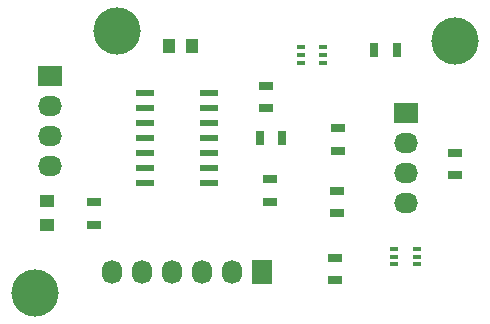
<source format=gbr>
G04 #@! TF.FileFunction,Soldermask,Top*
%FSLAX46Y46*%
G04 Gerber Fmt 4.6, Leading zero omitted, Abs format (unit mm)*
G04 Created by KiCad (PCBNEW (2015-07-31 BZR 6030)-product) date Fri Sep 11 12:39:47 2015*
%MOMM*%
G01*
G04 APERTURE LIST*
%ADD10C,0.100000*%
%ADD11C,4.000000*%
%ADD12R,1.250000X1.000000*%
%ADD13R,1.000000X1.250000*%
%ADD14R,1.500000X0.600000*%
%ADD15R,1.727200X2.032000*%
%ADD16O,1.727200X2.032000*%
%ADD17R,2.032000X1.727200*%
%ADD18O,2.032000X1.727200*%
%ADD19R,0.800000X0.400000*%
%ADD20R,1.300000X0.700000*%
%ADD21R,0.700000X1.300000*%
G04 APERTURE END LIST*
D10*
D11*
X144322800Y-103174800D03*
X179882800Y-81838800D03*
D12*
X145338800Y-97418400D03*
X145338800Y-95418400D03*
D13*
X155616400Y-82296000D03*
X157616400Y-82296000D03*
D14*
X153611600Y-86309200D03*
X153611600Y-87579200D03*
X153611600Y-88849200D03*
X153611600Y-90119200D03*
X153611600Y-91389200D03*
X153611600Y-92659200D03*
X153611600Y-93929200D03*
X159011600Y-93929200D03*
X159011600Y-92659200D03*
X159011600Y-91389200D03*
X159011600Y-90119200D03*
X159011600Y-88849200D03*
X159011600Y-87579200D03*
X159011600Y-86309200D03*
D15*
X163474400Y-101396800D03*
D16*
X160934400Y-101396800D03*
X158394400Y-101396800D03*
X155854400Y-101396800D03*
X153314400Y-101396800D03*
X150774400Y-101396800D03*
D17*
X145542000Y-84836000D03*
D18*
X145542000Y-87376000D03*
X145542000Y-89916000D03*
X145542000Y-92456000D03*
D17*
X175666400Y-87934800D03*
D18*
X175666400Y-90474800D03*
X175666400Y-93014800D03*
X175666400Y-95554800D03*
D19*
X166791600Y-82408000D03*
X166791600Y-83058000D03*
X166791600Y-83708000D03*
X168691600Y-83708000D03*
X168691600Y-83058000D03*
X168691600Y-82408000D03*
X174716400Y-99476800D03*
X174716400Y-100126800D03*
X174716400Y-100776800D03*
X176616400Y-100776800D03*
X176616400Y-100126800D03*
X176616400Y-99476800D03*
D20*
X163880800Y-85664000D03*
X163880800Y-87564000D03*
D21*
X165237200Y-90119200D03*
X163337200Y-90119200D03*
X174940000Y-82600800D03*
X173040000Y-82600800D03*
D20*
X169926000Y-91170800D03*
X169926000Y-89270800D03*
X164185600Y-95488800D03*
X164185600Y-93588800D03*
X169722800Y-102143600D03*
X169722800Y-100243600D03*
X179832000Y-91353600D03*
X179832000Y-93253600D03*
X169875200Y-94554000D03*
X169875200Y-96454000D03*
X149301200Y-97419200D03*
X149301200Y-95519200D03*
D11*
X151231600Y-81026000D03*
M02*

</source>
